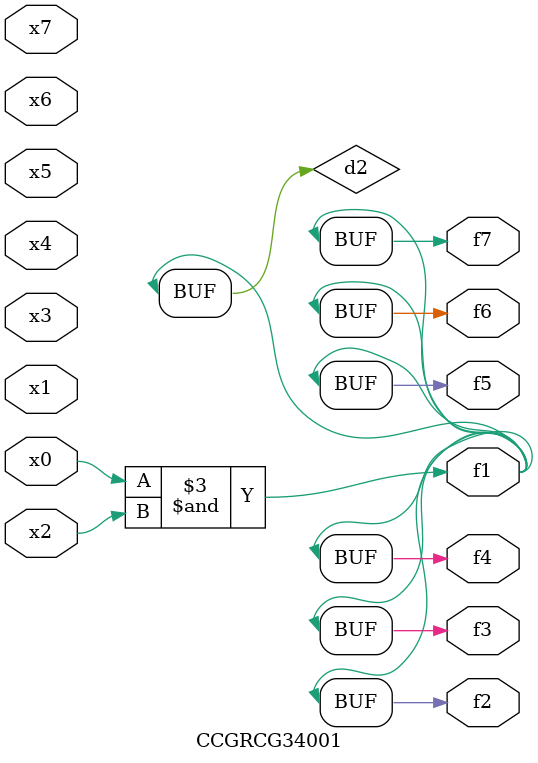
<source format=v>
module CCGRCG34001(
	input x0, x1, x2, x3, x4, x5, x6, x7,
	output f1, f2, f3, f4, f5, f6, f7
);

	wire d1, d2;

	nor (d1, x3, x6);
	and (d2, x0, x2);
	assign f1 = d2;
	assign f2 = d2;
	assign f3 = d2;
	assign f4 = d2;
	assign f5 = d2;
	assign f6 = d2;
	assign f7 = d2;
endmodule

</source>
